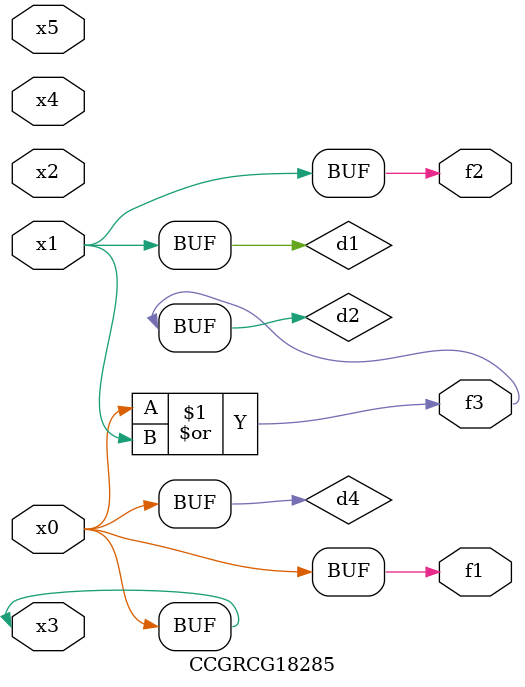
<source format=v>
module CCGRCG18285(
	input x0, x1, x2, x3, x4, x5,
	output f1, f2, f3
);

	wire d1, d2, d3, d4;

	and (d1, x1);
	or (d2, x0, x1);
	nand (d3, x0, x5);
	buf (d4, x0, x3);
	assign f1 = d4;
	assign f2 = d1;
	assign f3 = d2;
endmodule

</source>
